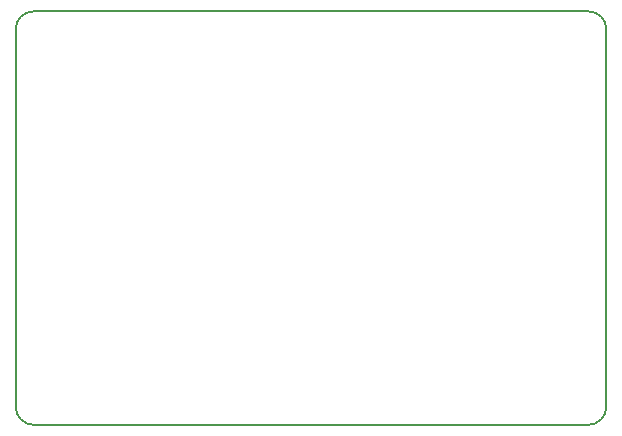
<source format=gbr>
G04 #@! TF.GenerationSoftware,KiCad,Pcbnew,5.1.6-c6e7f7d~86~ubuntu18.04.1*
G04 #@! TF.CreationDate,2020-06-01T21:53:24-04:00*
G04 #@! TF.ProjectId,E73 SCR v2,45373320-5343-4522-9076-322e6b696361,rev?*
G04 #@! TF.SameCoordinates,Original*
G04 #@! TF.FileFunction,Profile,NP*
%FSLAX46Y46*%
G04 Gerber Fmt 4.6, Leading zero omitted, Abs format (unit mm)*
G04 Created by KiCad (PCBNEW 5.1.6-c6e7f7d~86~ubuntu18.04.1) date 2020-06-01 21:53:24*
%MOMM*%
%LPD*%
G01*
G04 APERTURE LIST*
G04 #@! TA.AperFunction,Profile*
%ADD10C,0.150000*%
G04 #@! TD*
G04 APERTURE END LIST*
D10*
X51500000Y-125000000D02*
G75*
G02*
X50000000Y-123500000I0J1500000D01*
G01*
X100000000Y-123500000D02*
G75*
G02*
X98500000Y-125000000I-1500000J0D01*
G01*
X98500000Y-90000000D02*
G75*
G02*
X100000000Y-91500000I0J-1500000D01*
G01*
X50000000Y-91500000D02*
G75*
G02*
X51500000Y-90000000I1500000J0D01*
G01*
X50000000Y-123500000D02*
X50000000Y-91500000D01*
X98500000Y-125000000D02*
X51500000Y-125000000D01*
X100000000Y-91500000D02*
X100000000Y-123500000D01*
X51500000Y-90000000D02*
X98500000Y-90000000D01*
M02*

</source>
